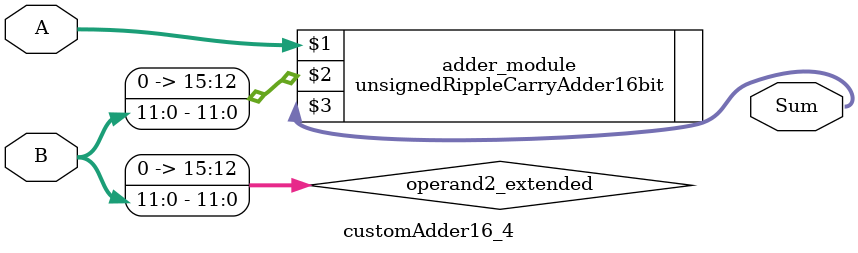
<source format=v>

module customAdder16_4(
                    input [15 : 0] A,
                    input [11 : 0] B,
                    
                    output [16 : 0] Sum
            );

    wire [15 : 0] operand2_extended;
    
    assign operand2_extended =  {4'b0, B};
    
    unsignedRippleCarryAdder16bit adder_module(
        A,
        operand2_extended,
        Sum
    );
    
endmodule
        
</source>
